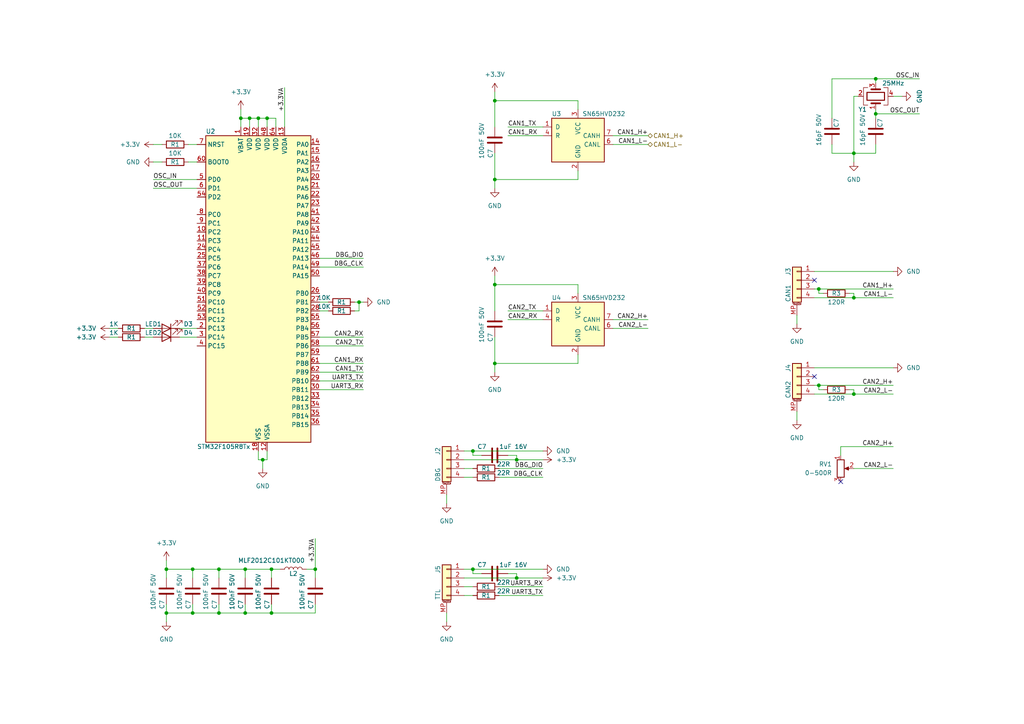
<source format=kicad_sch>
(kicad_sch (version 20230121) (generator eeschema)
  (paper "A4")
  (lib_symbols
    (symbol "Connector_Generic_MountingPin:Conn_01x04_MountingPin" (pin_names (offset 1.016) hide)
      (property "Reference" "J" (at 0 5.08 0))
      (property "Value" "Conn_01x04_MountingPin" (at 1.27 -7.62 0))
      (symbol "Conn_01x04_MountingPin_1_1"
        (rectangle (start -1.27 -4.953) (end 0 -5.207) (stroke (width 0.1524)))
        (rectangle (start -1.27 -2.413) (end 0 -2.667) (stroke (width 0.1524)))
        (rectangle (start -1.27 0.127) (end 0 -0.127) (stroke (width 0.1524)))
        (rectangle (start -1.27 2.667) (end 0 2.413) (stroke (width 0.1524)))
        (rectangle (start -1.27 3.81) (end 1.27 -6.35) (stroke (width 0.254)) (fill (type background)))
        (polyline (pts (xy -1.016 -7.112) (xy 1.016 -7.112)) (stroke (width 0.1524)))
        (text "Mounting" (at 0 -6.731 0) (effects (font (size 0.381 0.381))))
        (pin passive line (at -5.08 2.54 0) (length 3.81) (name "Pin_1") (number "1"))
        (pin passive line (at -5.08 0 0) (length 3.81) (name "Pin_2") (number "2"))
        (pin passive line (at -5.08 -2.54 0) (length 3.81) (name "Pin_3") (number "3"))
        (pin passive line (at -5.08 -5.08 0) (length 3.81) (name "Pin_4") (number "4"))
        (pin passive line (at 0 -10.16 90) (length 3.048) (name "MountPin") (number "MP"))
      )
    )
    (symbol "Device:C" (pin_numbers hide) (pin_names (offset 0.254))
      (property "Reference" "C" (at 0.635 2.54 0))
      (property "Value" "C" (at 0.635 -2.54 0))
      (symbol "C_0_1"
        (polyline (pts (xy -2.032 -0.762) (xy 2.032 -0.762)) (stroke (width 0.508)))
        (polyline (pts (xy -2.032 0.762) (xy 2.032 0.762)) (stroke (width 0.508)))
      )
      (symbol "C_1_1"
        (pin passive line (at 0 3.81 270) (length 2.794) (name "~") (number "1"))
        (pin passive line (at 0 -3.81 90) (length 2.794) (name "~") (number "2"))
      )
    )
    (symbol "Device:Crystal_GND24" (pin_names (offset 1.016) hide)
      (property "Reference" "Y" (at 3.175 5.08 0))
      (property "Value" "Crystal_GND24" (at 3.175 3.175 0))
      (symbol "Crystal_GND24_0_1"
        (rectangle (start -1.143 2.54) (end 1.143 -2.54) (stroke (width 0.3048)))
        (polyline (pts (xy -2.54 0) (xy -2.032 0)))
        (polyline (pts (xy -2.032 -1.27) (xy -2.032 1.27)) (stroke (width 0.508)))
        (polyline (pts (xy 0 -3.81) (xy 0 -3.556)))
        (polyline (pts (xy 0 3.556) (xy 0 3.81)))
        (polyline (pts (xy 2.032 -1.27) (xy 2.032 1.27)) (stroke (width 0.508)))
        (polyline (pts (xy 2.032 0) (xy 2.54 0)))
        (polyline (pts (xy -2.54 -2.286) (xy -2.54 -3.556) (xy 2.54 -3.556) (xy 2.54 -2.286)))
        (polyline (pts (xy -2.54 2.286) (xy -2.54 3.556) (xy 2.54 3.556) (xy 2.54 2.286)))
      )
      (symbol "Crystal_GND24_1_1"
        (pin passive line (at -3.81 0 0) (length 1.27) (name "1") (number "1"))
        (pin passive line (at 0 5.08 270) (length 1.27) (name "2") (number "2"))
        (pin passive line (at 3.81 0 180) (length 1.27) (name "3") (number "3"))
        (pin passive line (at 0 -5.08 90) (length 1.27) (name "4") (number "4"))
      )
    )
    (symbol "Device:L" (pin_numbers hide) (pin_names (offset 1.016) hide)
      (property "Reference" "L" (at -1.27 0 90))
      (property "Value" "L" (at 1.905 0 90))
      (symbol "L_0_1"
        (arc (start 0 -2.54) (mid 0.6323 -1.905) (end 0 -1.27))
        (arc (start 0 -1.27) (mid 0.6323 -0.635) (end 0 0))
        (arc (start 0 0) (mid 0.6323 0.635) (end 0 1.27))
        (arc (start 0 1.27) (mid 0.6323 1.905) (end 0 2.54))
      )
      (symbol "L_1_1"
        (pin passive line (at 0 3.81 270) (length 1.27) (name "1") (number "1"))
        (pin passive line (at 0 -3.81 90) (length 1.27) (name "2") (number "2"))
      )
    )
    (symbol "Device:LED" (pin_numbers hide) (pin_names (offset 1.016) hide)
      (property "Reference" "D" (at 0 2.54 0))
      (property "Value" "LED" (at 0 -2.54 0))
      (symbol "LED_0_1"
        (polyline (pts (xy -1.27 -1.27) (xy -1.27 1.27)) (stroke (width 0.254)))
        (polyline (pts (xy -1.27 0) (xy 1.27 0)))
        (polyline (pts (xy 1.27 -1.27) (xy 1.27 1.27) (xy -1.27 0) (xy 1.27 -1.27)) (stroke (width 0.254)))
        (polyline (pts (xy -3.048 -0.762) (xy -4.572 -2.286) (xy -3.81 -2.286) (xy -4.572 -2.286) (xy -4.572 -1.524)))
        (polyline (pts (xy -1.778 -0.762) (xy -3.302 -2.286) (xy -2.54 -2.286) (xy -3.302 -2.286) (xy -3.302 -1.524)))
      )
      (symbol "LED_1_1"
        (pin passive line (at -3.81 0 0) (length 2.54) (name "K") (number "1"))
        (pin passive line (at 3.81 0 180) (length 2.54) (name "A") (number "2"))
      )
    )
    (symbol "Device:R" (pin_numbers hide) (pin_names (offset 0))
      (property "Reference" "R" (at 2.032 0 90))
      (property "Value" "R" (at 0 0 90))
      (symbol "R_0_1"
        (rectangle (start -1.016 -2.54) (end 1.016 2.54) (stroke (width 0.254)))
      )
      (symbol "R_1_1"
        (pin passive line (at 0 3.81 270) (length 1.27) (name "~") (number "1"))
        (pin passive line (at 0 -3.81 90) (length 1.27) (name "~") (number "2"))
      )
    )
    (symbol "Device:R_Potentiometer" (pin_names (offset 1.016) hide)
      (property "Reference" "RV" (at -4.445 0 90))
      (property "Value" "R_Potentiometer" (at -2.54 0 90))
      (symbol "R_Potentiometer_0_1"
        (polyline (pts (xy 2.54 0) (xy 1.524 0)))
        (polyline (pts (xy 1.143 0) (xy 2.286 0.508) (xy 2.286 -0.508) (xy 1.143 0)) (fill (type outline)))
        (rectangle (start 1.016 2.54) (end -1.016 -2.54) (stroke (width 0.254)))
      )
      (symbol "R_Potentiometer_1_1"
        (pin passive line (at 0 3.81 270) (length 1.27) (name "1") (number "1"))
        (pin passive line (at 3.81 0 180) (length 1.27) (name "2") (number "2"))
        (pin passive line (at 0 -3.81 90) (length 1.27) (name "3") (number "3"))
      )
    )
    (symbol "Interface_CAN_LIN:SN65HVD232" (pin_names (offset 1.016))
      (property "Reference" "U" (at -2.54 10.16 0))
      (property "Value" "SN65HVD232" (at -2.54 7.62 0))
      (symbol "SN65HVD232_0_1"
        (rectangle (start -7.62 5.08) (end 7.62 -7.62) (stroke (width 0.254)) (fill (type background)))
      )
      (symbol "SN65HVD232_1_1"
        (pin input line (at -10.16 2.54 0) (length 2.54) (name "D") (number "1"))
        (pin power_in line (at 0 -10.16 90) (length 2.54) (name "GND") (number "2"))
        (pin power_in line (at 0 7.62 270) (length 2.54) (name "VCC") (number "3"))
        (pin output line (at -10.16 0 0) (length 2.54) (name "R") (number "4"))
        (pin no_connect line (at -7.62 -2.54 0) (length 2.54) hide (name "NC") (number "5"))
        (pin bidirectional line (at 10.16 -2.54 180) (length 2.54) (name "CANL") (number "6"))
        (pin bidirectional line (at 10.16 0 180) (length 2.54) (name "CANH") (number "7"))
        (pin no_connect line (at -7.62 -5.08 0) (length 2.54) hide (name "NC") (number "8"))
      )
    )
    (symbol "MCU_ST_STM32F1:STM32F105R8Tx"
      (property "Reference" "U" (at -15.24 46.99 0))
      (property "Value" "STM32F105R8Tx" (at 10.16 46.99 0))
      (symbol "STM32F105R8Tx_0_1"
        (rectangle (start -15.24 -43.18) (end 15.24 45.72) (stroke (width 0.254)) (fill (type background)))
      )
      (symbol "STM32F105R8Tx_1_1"
        (pin power_in line (at -5.08 48.26 270) (length 2.54) (name "VBAT") (number "1"))
        (pin bidirectional line (at -17.78 17.78 0) (length 2.54) (name "PC2") (number "10"))
        (pin bidirectional line (at -17.78 15.24 0) (length 2.54) (name "PC3") (number "11"))
        (pin power_in line (at 2.54 -45.72 90) (length 2.54) (name "VSSA") (number "12"))
        (pin power_in line (at 7.62 48.26 270) (length 2.54) (name "VDDA") (number "13"))
        (pin bidirectional line (at 17.78 43.18 180) (length 2.54) (name "PA0") (number "14"))
        (pin bidirectional line (at 17.78 40.64 180) (length 2.54) (name "PA1") (number "15"))
        (pin bidirectional line (at 17.78 38.1 180) (length 2.54) (name "PA2") (number "16"))
        (pin bidirectional line (at 17.78 35.56 180) (length 2.54) (name "PA3") (number "17"))
        (pin power_in line (at 0 -45.72 90) (length 2.54) (name "VSS") (number "18"))
        (pin power_in line (at -2.54 48.26 270) (length 2.54) (name "VDD") (number "19"))
        (pin bidirectional line (at -17.78 -10.16 0) (length 2.54) (name "PC13") (number "2"))
        (pin bidirectional line (at 17.78 33.02 180) (length 2.54) (name "PA4") (number "20"))
        (pin bidirectional line (at 17.78 30.48 180) (length 2.54) (name "PA5") (number "21"))
        (pin bidirectional line (at 17.78 27.94 180) (length 2.54) (name "PA6") (number "22"))
        (pin bidirectional line (at 17.78 25.4 180) (length 2.54) (name "PA7") (number "23"))
        (pin bidirectional line (at -17.78 12.7 0) (length 2.54) (name "PC4") (number "24"))
        (pin bidirectional line (at -17.78 10.16 0) (length 2.54) (name "PC5") (number "25"))
        (pin bidirectional line (at 17.78 0 180) (length 2.54) (name "PB0") (number "26"))
        (pin bidirectional line (at 17.78 -2.54 180) (length 2.54) (name "PB1") (number "27"))
        (pin bidirectional line (at 17.78 -5.08 180) (length 2.54) (name "PB2") (number "28"))
        (pin bidirectional line (at 17.78 -25.4 180) (length 2.54) (name "PB10") (number "29"))
        (pin bidirectional line (at -17.78 -12.7 0) (length 2.54) (name "PC14") (number "3"))
        (pin bidirectional line (at 17.78 -27.94 180) (length 2.54) (name "PB11") (number "30"))
        (pin passive line (at 0 -45.72 90) (length 2.54) hide (name "VSS") (number "31"))
        (pin power_in line (at 0 48.26 270) (length 2.54) (name "VDD") (number "32"))
        (pin bidirectional line (at 17.78 -30.48 180) (length 2.54) (name "PB12") (number "33"))
        (pin bidirectional line (at 17.78 -33.02 180) (length 2.54) (name "PB13") (number "34"))
        (pin bidirectional line (at 17.78 -35.56 180) (length 2.54) (name "PB14") (number "35"))
        (pin bidirectional line (at 17.78 -38.1 180) (length 2.54) (name "PB15") (number "36"))
        (pin bidirectional line (at -17.78 7.62 0) (length 2.54) (name "PC6") (number "37"))
        (pin bidirectional line (at -17.78 5.08 0) (length 2.54) (name "PC7") (number "38"))
        (pin bidirectional line (at -17.78 2.54 0) (length 2.54) (name "PC8") (number "39"))
        (pin bidirectional line (at -17.78 -15.24 0) (length 2.54) (name "PC15") (number "4"))
        (pin bidirectional line (at -17.78 0 0) (length 2.54) (name "PC9") (number "40"))
        (pin bidirectional line (at 17.78 22.86 180) (length 2.54) (name "PA8") (number "41"))
        (pin bidirectional line (at 17.78 20.32 180) (length 2.54) (name "PA9") (number "42"))
        (pin bidirectional line (at 17.78 17.78 180) (length 2.54) (name "PA10") (number "43"))
        (pin bidirectional line (at 17.78 15.24 180) (length 2.54) (name "PA11") (number "44"))
        (pin bidirectional line (at 17.78 12.7 180) (length 2.54) (name "PA12") (number "45"))
        (pin bidirectional line (at 17.78 10.16 180) (length 2.54) (name "PA13") (number "46"))
        (pin passive line (at 0 -45.72 90) (length 2.54) hide (name "VSS") (number "47"))
        (pin power_in line (at 2.54 48.26 270) (length 2.54) (name "VDD") (number "48"))
        (pin bidirectional line (at 17.78 7.62 180) (length 2.54) (name "PA14") (number "49"))
        (pin bidirectional line (at -17.78 33.02 0) (length 2.54) (name "PD0") (number "5"))
        (pin bidirectional line (at 17.78 5.08 180) (length 2.54) (name "PA15") (number "50"))
        (pin bidirectional line (at -17.78 -2.54 0) (length 2.54) (name "PC10") (number "51"))
        (pin bidirectional line (at -17.78 -5.08 0) (length 2.54) (name "PC11") (number "52"))
        (pin bidirectional line (at -17.78 -7.62 0) (length 2.54) (name "PC12") (number "53"))
        (pin bidirectional line (at -17.78 27.94 0) (length 2.54) (name "PD2") (number "54"))
        (pin bidirectional line (at 17.78 -7.62 180) (length 2.54) (name "PB3") (number "55"))
        (pin bidirectional line (at 17.78 -10.16 180) (length 2.54) (name "PB4") (number "56"))
        (pin bidirectional line (at 17.78 -12.7 180) (length 2.54) (name "PB5") (number "57"))
        (pin bidirectional line (at 17.78 -15.24 180) (length 2.54) (name "PB6") (number "58"))
        (pin bidirectional line (at 17.78 -17.78 180) (length 2.54) (name "PB7") (number "59"))
        (pin bidirectional line (at -17.78 30.48 0) (length 2.54) (name "PD1") (number "6"))
        (pin input line (at -17.78 38.1 0) (length 2.54) (name "BOOT0") (number "60"))
        (pin bidirectional line (at 17.78 -20.32 180) (length 2.54) (name "PB8") (number "61"))
        (pin bidirectional line (at 17.78 -22.86 180) (length 2.54) (name "PB9") (number "62"))
        (pin passive line (at 0 -45.72 90) (length 2.54) hide (name "VSS") (number "63"))
        (pin power_in line (at 5.08 48.26 270) (length 2.54) (name "VDD") (number "64"))
        (pin input line (at -17.78 43.18 0) (length 2.54) (name "NRST") (number "7"))
        (pin bidirectional line (at -17.78 22.86 0) (length 2.54) (name "PC0") (number "8"))
        (pin bidirectional line (at -17.78 20.32 0) (length 2.54) (name "PC1") (number "9"))
      )
    )
    (symbol "power:+3.3V" (power) (pin_names (offset 0))
      (property "Value" "+3.3V" (at 0 3.556 0))
      (symbol "+3.3V_0_1"
        (polyline (pts (xy -0.762 1.27) (xy 0 2.54)))
        (polyline (pts (xy 0 0) (xy 0 2.54)))
        (polyline (pts (xy 0 2.54) (xy 0.762 1.27)))
      )
      (symbol "+3.3V_1_1"
        (pin power_in line (at 0 0 90) (length 0) hide (name "+3.3V") (number "1"))
      )
    )
    (symbol "power:GND" (power) (pin_names (offset 0))
      (property "Value" "GND" (at 0 -3.81 0))
      (symbol "GND_0_1"
        (polyline (pts (xy 0 0) (xy 0 -1.27) (xy 1.27 -1.27) (xy 0 -2.54) (xy -1.27 -1.27) (xy 0 -1.27)))
      )
      (symbol "GND_1_1"
        (pin power_in line (at 0 0 270) (length 0) hide (name "GND") (number "1"))
      )
    )
  )
  (junction (at 137.16 165.1))
  (junction (at 78.74 177.8))
  (junction (at 63.5 177.8))
  (junction (at 237.49 83.82))
  (junction (at 149.86 133.35))
  (junction (at 237.49 111.76))
  (junction (at 55.88 177.8))
  (junction (at 77.47 34.29))
  (junction (at 78.74 165.1))
  (junction (at 63.5 165.1))
  (junction (at 76.2 133.35))
  (junction (at 55.88 165.1))
  (junction (at 48.26 165.1))
  (junction (at 72.39 34.29))
  (junction (at 104.14 87.63))
  (junction (at 137.16 130.81))
  (junction (at 91.44 165.1))
  (junction (at 71.12 165.1))
  (junction (at 143.51 82.55))
  (junction (at 149.86 167.64))
  (junction (at 254 22.86))
  (junction (at 48.26 177.8))
  (junction (at 74.93 34.29))
  (junction (at 247.65 86.36))
  (junction (at 143.51 52.07))
  (junction (at 247.65 114.3))
  (junction (at 71.12 177.8))
  (junction (at 69.85 34.29))
  (junction (at 143.51 29.21))
  (junction (at 254 33.02))
  (junction (at 247.65 44.45))
  (junction (at 143.51 105.41))
  (no_connect (at 236.22 81.28))
  (no_connect (at 236.22 109.22))
  (no_connect (at 243.84 139.7))
  (wire (pts (xy 137.16 165.1) (xy 157.48 165.1)))
  (wire (pts (xy 143.51 29.21) (xy 167.64 29.21)))
  (wire (pts (xy 241.3 34.29) (xy 241.3 22.86)))
  (wire (pts (xy 48.26 175.26) (xy 48.26 177.8)))
  (wire (pts (xy 261.62 27.94) (xy 259.08 27.94)))
  (wire (pts (xy 144.78 172.72) (xy 157.48 172.72)))
  (wire (pts (xy 95.25 90.17) (xy 92.71 90.17)))
  (wire (pts (xy 254 31.75) (xy 254 33.02)))
  (wire (pts (xy 31.75 95.25) (xy 34.29 95.25)))
  (wire (pts (xy 78.74 177.8) (xy 71.12 177.8)))
  (wire (pts (xy 149.86 132.08) (xy 149.86 133.35)))
  (wire (pts (xy 129.54 180.34) (xy 129.54 177.8)))
  (wire (pts (xy 143.51 52.07) (xy 167.64 52.07)))
  (wire (pts (xy 78.74 175.26) (xy 78.74 177.8)))
  (wire (pts (xy 105.41 74.93) (xy 92.71 74.93)))
  (wire (pts (xy 143.51 107.95) (xy 143.51 105.41)))
  (wire (pts (xy 147.32 90.17) (xy 157.48 90.17)))
  (wire (pts (xy 91.44 175.26) (xy 91.44 177.8)))
  (wire (pts (xy 147.32 36.83) (xy 157.48 36.83)))
  (wire (pts (xy 137.16 166.37) (xy 137.16 165.1)))
  (wire (pts (xy 143.51 26.67) (xy 143.51 29.21)))
  (wire (pts (xy 137.16 138.43) (xy 134.62 138.43)))
  (wire (pts (xy 254 22.86) (xy 254 24.13)))
  (wire (pts (xy 237.49 111.76) (xy 237.49 113.03)))
  (wire (pts (xy 31.75 97.79) (xy 34.29 97.79)))
  (wire (pts (xy 187.96 41.91) (xy 177.8 41.91)))
  (wire (pts (xy 143.51 82.55) (xy 167.64 82.55)))
  (wire (pts (xy 144.78 170.18) (xy 157.48 170.18)))
  (wire (pts (xy 247.65 44.45) (xy 254 44.45)))
  (wire (pts (xy 187.96 92.71) (xy 177.8 92.71)))
  (wire (pts (xy 55.88 165.1) (xy 55.88 167.64)))
  (wire (pts (xy 241.3 44.45) (xy 247.65 44.45)))
  (wire (pts (xy 149.86 166.37) (xy 149.86 167.64)))
  (wire (pts (xy 71.12 165.1) (xy 71.12 167.64)))
  (wire (pts (xy 167.64 82.55) (xy 167.64 85.09)))
  (wire (pts (xy 48.26 165.1) (xy 55.88 165.1)))
  (wire (pts (xy 247.65 46.99) (xy 247.65 44.45)))
  (wire (pts (xy 134.62 172.72) (xy 137.16 172.72)))
  (wire (pts (xy 149.86 133.35) (xy 157.48 133.35)))
  (wire (pts (xy 92.71 105.41) (xy 105.41 105.41)))
  (wire (pts (xy 137.16 130.81) (xy 157.48 130.81)))
  (wire (pts (xy 44.45 46.99) (xy 46.99 46.99)))
  (wire (pts (xy 247.65 85.09) (xy 247.65 86.36)))
  (wire (pts (xy 246.38 113.03) (xy 247.65 113.03)))
  (wire (pts (xy 243.84 129.54) (xy 259.08 129.54)))
  (wire (pts (xy 105.41 77.47) (xy 92.71 77.47)))
  (wire (pts (xy 71.12 165.1) (xy 78.74 165.1)))
  (wire (pts (xy 71.12 177.8) (xy 63.5 177.8)))
  (wire (pts (xy 167.64 29.21) (xy 167.64 31.75)))
  (wire (pts (xy 238.76 85.09) (xy 237.49 85.09)))
  (wire (pts (xy 55.88 177.8) (xy 55.88 175.26)))
  (wire (pts (xy 247.65 135.89) (xy 259.08 135.89)))
  (wire (pts (xy 63.5 165.1) (xy 71.12 165.1)))
  (wire (pts (xy 254 34.29) (xy 254 33.02)))
  (wire (pts (xy 54.61 46.99) (xy 57.15 46.99)))
  (wire (pts (xy 81.28 165.1) (xy 78.74 165.1)))
  (wire (pts (xy 63.5 177.8) (xy 55.88 177.8)))
  (wire (pts (xy 63.5 165.1) (xy 63.5 167.64)))
  (wire (pts (xy 157.48 138.43) (xy 144.78 138.43)))
  (wire (pts (xy 92.71 113.03) (xy 105.41 113.03)))
  (wire (pts (xy 91.44 156.21) (xy 91.44 165.1)))
  (wire (pts (xy 236.22 114.3) (xy 247.65 114.3)))
  (wire (pts (xy 134.62 170.18) (xy 137.16 170.18)))
  (wire (pts (xy 147.32 132.08) (xy 149.86 132.08)))
  (wire (pts (xy 44.45 41.91) (xy 46.99 41.91)))
  (wire (pts (xy 48.26 165.1) (xy 48.26 167.64)))
  (wire (pts (xy 91.44 167.64) (xy 91.44 165.1)))
  (wire (pts (xy 237.49 83.82) (xy 259.08 83.82)))
  (wire (pts (xy 72.39 34.29) (xy 72.39 36.83)))
  (wire (pts (xy 237.49 85.09) (xy 237.49 83.82)))
  (wire (pts (xy 91.44 165.1) (xy 88.9 165.1)))
  (wire (pts (xy 147.32 92.71) (xy 157.48 92.71)))
  (wire (pts (xy 238.76 113.03) (xy 237.49 113.03)))
  (wire (pts (xy 129.54 146.05) (xy 129.54 143.51)))
  (wire (pts (xy 92.71 107.95) (xy 105.41 107.95)))
  (wire (pts (xy 69.85 31.75) (xy 69.85 34.29)))
  (wire (pts (xy 55.88 165.1) (xy 63.5 165.1)))
  (wire (pts (xy 74.93 34.29) (xy 77.47 34.29)))
  (wire (pts (xy 48.26 177.8) (xy 55.88 177.8)))
  (wire (pts (xy 74.93 133.35) (xy 76.2 133.35)))
  (wire (pts (xy 236.22 106.68) (xy 259.08 106.68)))
  (wire (pts (xy 134.62 133.35) (xy 149.86 133.35)))
  (wire (pts (xy 143.51 82.55) (xy 143.51 90.17)))
  (wire (pts (xy 187.96 95.25) (xy 177.8 95.25)))
  (wire (pts (xy 247.65 27.94) (xy 247.65 44.45)))
  (wire (pts (xy 247.65 86.36) (xy 259.08 86.36)))
  (wire (pts (xy 77.47 34.29) (xy 80.01 34.29)))
  (wire (pts (xy 91.44 177.8) (xy 78.74 177.8)))
  (wire (pts (xy 63.5 175.26) (xy 63.5 177.8)))
  (wire (pts (xy 139.7 166.37) (xy 137.16 166.37)))
  (wire (pts (xy 80.01 34.29) (xy 80.01 36.83)))
  (wire (pts (xy 54.61 41.91) (xy 57.15 41.91)))
  (wire (pts (xy 149.86 167.64) (xy 157.48 167.64)))
  (wire (pts (xy 74.93 130.81) (xy 74.93 133.35)))
  (wire (pts (xy 48.26 177.8) (xy 48.26 180.34)))
  (wire (pts (xy 82.55 25.4) (xy 82.55 36.83)))
  (wire (pts (xy 237.49 111.76) (xy 259.08 111.76)))
  (wire (pts (xy 69.85 34.29) (xy 72.39 34.29)))
  (wire (pts (xy 134.62 130.81) (xy 137.16 130.81)))
  (wire (pts (xy 143.51 54.61) (xy 143.51 52.07)))
  (wire (pts (xy 143.51 80.01) (xy 143.51 82.55)))
  (wire (pts (xy 246.38 85.09) (xy 247.65 85.09)))
  (wire (pts (xy 247.65 113.03) (xy 247.65 114.3)))
  (wire (pts (xy 52.07 95.25) (xy 57.15 95.25)))
  (wire (pts (xy 44.45 52.07) (xy 57.15 52.07)))
  (wire (pts (xy 95.25 87.63) (xy 92.71 87.63)))
  (wire (pts (xy 254 44.45) (xy 254 41.91)))
  (wire (pts (xy 41.91 97.79) (xy 44.45 97.79)))
  (wire (pts (xy 92.71 110.49) (xy 105.41 110.49)))
  (wire (pts (xy 78.74 165.1) (xy 78.74 167.64)))
  (wire (pts (xy 231.14 93.98) (xy 231.14 91.44)))
  (wire (pts (xy 248.92 27.94) (xy 247.65 27.94)))
  (wire (pts (xy 236.22 78.74) (xy 259.08 78.74)))
  (wire (pts (xy 71.12 175.26) (xy 71.12 177.8)))
  (wire (pts (xy 134.62 165.1) (xy 137.16 165.1)))
  (wire (pts (xy 241.3 22.86) (xy 254 22.86)))
  (wire (pts (xy 76.2 133.35) (xy 77.47 133.35)))
  (wire (pts (xy 134.62 167.64) (xy 149.86 167.64)))
  (wire (pts (xy 77.47 133.35) (xy 77.47 130.81)))
  (wire (pts (xy 236.22 111.76) (xy 237.49 111.76)))
  (wire (pts (xy 92.71 100.33) (xy 105.41 100.33)))
  (wire (pts (xy 231.14 121.92) (xy 231.14 119.38)))
  (wire (pts (xy 243.84 129.54) (xy 243.84 132.08)))
  (wire (pts (xy 139.7 132.08) (xy 137.16 132.08)))
  (wire (pts (xy 241.3 41.91) (xy 241.3 44.45)))
  (wire (pts (xy 147.32 166.37) (xy 149.86 166.37)))
  (wire (pts (xy 52.07 97.79) (xy 57.15 97.79)))
  (wire (pts (xy 254 33.02) (xy 266.7 33.02)))
  (wire (pts (xy 143.51 29.21) (xy 143.51 36.83)))
  (wire (pts (xy 57.15 54.61) (xy 44.45 54.61)))
  (wire (pts (xy 104.14 87.63) (xy 104.14 90.17)))
  (wire (pts (xy 143.51 105.41) (xy 167.64 105.41)))
  (wire (pts (xy 104.14 90.17) (xy 102.87 90.17)))
  (wire (pts (xy 72.39 34.29) (xy 74.93 34.29)))
  (wire (pts (xy 187.96 39.37) (xy 177.8 39.37)))
  (wire (pts (xy 74.93 34.29) (xy 74.93 36.83)))
  (wire (pts (xy 236.22 86.36) (xy 247.65 86.36)))
  (wire (pts (xy 167.64 105.41) (xy 167.64 102.87)))
  (wire (pts (xy 236.22 83.82) (xy 237.49 83.82)))
  (wire (pts (xy 137.16 135.89) (xy 134.62 135.89)))
  (wire (pts (xy 48.26 162.56) (xy 48.26 165.1)))
  (wire (pts (xy 69.85 34.29) (xy 69.85 36.83)))
  (wire (pts (xy 143.51 97.79) (xy 143.51 105.41)))
  (wire (pts (xy 143.51 44.45) (xy 143.51 52.07)))
  (wire (pts (xy 41.91 95.25) (xy 44.45 95.25)))
  (wire (pts (xy 137.16 132.08) (xy 137.16 130.81)))
  (wire (pts (xy 167.64 52.07) (xy 167.64 49.53)))
  (wire (pts (xy 147.32 39.37) (xy 157.48 39.37)))
  (wire (pts (xy 76.2 133.35) (xy 76.2 135.89)))
  (wire (pts (xy 247.65 114.3) (xy 259.08 114.3)))
  (wire (pts (xy 266.7 22.86) (xy 254 22.86)))
  (wire (pts (xy 157.48 135.89) (xy 144.78 135.89)))
  (wire (pts (xy 104.14 87.63) (xy 102.87 87.63)))
  (wire (pts (xy 104.14 87.63) (xy 105.41 87.63)))
  (wire (pts (xy 92.71 97.79) (xy 105.41 97.79)))
  (wire (pts (xy 77.47 34.29) (xy 77.47 36.83)))
  (label "OSC_IN" (at 266.7 22.86 180))
  (label "+3.3VA" (at 82.55 25.4 270))
  (label "UART3_TX" (at 157.48 172.72 180))
  (label "DBG_DIO" (at 105.41 74.93 180))
  (label "OSC_OUT" (at 266.7 33.02 180))
  (label "CAN2_H+" (at 187.96 92.71 180))
  (label "CAN2_L-" (at 259.08 114.3 180))
  (label "CAN2_RX" (at 105.41 97.79 180))
  (label "CAN2_RX" (at 147.32 92.71 0))
  (label "DBG_CLK" (at 157.48 138.43 180))
  (label "UART3_RX" (at 157.48 170.18 180))
  (label "CAN1_RX" (at 147.32 39.37 0))
  (label "CAN1_H+" (at 259.08 83.82 180))
  (label "CAN2_TX" (at 105.41 100.33 180))
  (label "OSC_OUT" (at 44.45 54.61 0))
  (label "DBG_DIO" (at 157.48 135.89 180))
  (label "UART3_TX" (at 105.41 110.49 180))
  (label "CAN1_H+" (at 187.96 39.37 180))
  (label "DBG_CLK" (at 105.41 77.47 180))
  (label "CAN1_TX" (at 105.41 107.95 180))
  (label "CAN2_L-" (at 187.96 95.25 180))
  (label "CAN1_TX" (at 147.32 36.83 0))
  (label "+3.3VA" (at 91.44 156.21 270))
  (label "UART3_RX" (at 105.41 113.03 180))
  (label "OSC_IN" (at 44.45 52.07 0))
  (label "CAN2_L-" (at 259.08 135.89 180))
  (label "CAN2_TX" (at 147.32 90.17 0))
  (label "CAN2_H+" (at 259.08 129.54 180))
  (label "CAN1_RX" (at 105.41 105.41 180))
  (label "CAN1_L-" (at 187.96 41.91 180))
  (label "CAN2_H+" (at 259.08 111.76 180))
  (label "CAN1_L-" (at 259.08 86.36 180))
  (hierarchical_label "CAN1_L-" (shape bidirectional) (at 187.96 41.91 0))
  (hierarchical_label "CAN1_H+" (shape bidirectional) (at 187.96 39.37 0))
  (symbol (lib_id "power:GND") (at 76.2 135.89 0) (unit 1)
    (property "Reference" "#PWR010" (effects hide))
    (property "Value" "GND" (at 76.2 140.97 0))
    (instances (project "F105X3CAN" (path "" (reference "#PWR010") (unit 1)) (path "" (reference "#PWR036") (unit 1))))
  )
  (symbol (lib_id "power:+3.3V") (at 143.51 80.01 0) (unit 1)
    (property "Reference" "#PWR017" (effects hide))
    (property "Value" "+3.3V" (at 143.51 74.93 0))
    (instances (project "F105X3CAN" (path "" (reference "#PWR017") (unit 1)) (path "" (reference "#PWR042") (unit 1))))
  )
  (symbol (lib_id "Interface_CAN_LIN:SN65HVD232") (at 167.64 39.37 0) (unit 1)
    (property "Reference" "U3" (at 160.02 33.02 0) (effects (justify left)))
    (property "Value" "SN65HVD232" (at 168.91 33.02 0) (effects (justify left)))
    (property "Footprint" "Package_SO:SOIC-8_3.9x4.9mm_P1.27mm" (effects hide))
    (property "Datasheet" "http://www.ti.com/lit/ds/symlink/sn65hvd230.pdf" (effects hide))
    (instances (project "F105X3CAN" (path "" (reference "U3") (unit 1)) (path "" (reference "U6") (unit 1))))
  )
  (symbol (lib_id "Device:C") (at 143.51 40.64 180) (unit 1)
    (property "Reference" "C7" (at 142.24 43.18 90) (effects (justify left)))
    (property "Value" "100nF 50V" (at 139.7 35.56 90) (effects (justify left)))
    (property "Footprint" "Capacitor_SMD:C_0402_1005Metric" (effects hide))
    (instances (project "F105X3CAN" (path "" (reference "C7") (unit 1)) (path "" (reference "C11") (unit 1)) (path "" (reference "C26") (unit 1))))
  )
  (symbol (lib_id "Device:C") (at 63.5 171.45 180) (unit 1)
    (property "Reference" "C7" (at 62.23 173.99 90) (effects (justify left)))
    (property "Value" "100nF 50V" (at 59.69 166.37 90) (effects (justify left)))
    (property "Footprint" "Capacitor_SMD:C_0402_1005Metric" (effects hide))
    (instances (project "F105X3CAN" (path "" (reference "C7") (unit 1)) (path "" (reference "C16") (unit 1)) (path "" (reference "C22") (unit 1))))
  )
  (symbol (lib_id "power:GND") (at 129.54 146.05 0) (unit 1)
    (property "Reference" "#PWR012" (effects hide))
    (property "Value" "GND" (at 129.54 151.13 0))
    (instances (project "F105X3CAN" (path "" (reference "#PWR012") (unit 1)) (path "" (reference "#PWR026") (unit 1)) (path "" (reference "#PWR076") (unit 1))))
  )
  (symbol (lib_id "Device:Crystal_GND24") (at 254 27.94 90) (unit 1)
    (property "Reference" "Y1" (at 250.19 31.75 90))
    (property "Value" "25MHz" (at 259.08 24.13 90))
    (property "Footprint" "Crystal:Crystal_SMD_3225-4Pin_3.2x2.5mm" (effects hide))
    (instances (project "F105X3CAN" (path "" (reference "Y1") (unit 1)) (path "" (reference "Y2") (unit 1))))
  )
  (symbol (lib_id "Connector_Generic_MountingPin:Conn_01x04_MountingPin") (at 231.14 81.28 0) (mirror y) (unit 1)
    (property "Reference" "J3" (at 228.6 80.01 90) (effects (justify left)))
    (property "Value" "CAN1" (at 228.6 87.63 90) (effects (justify left)))
    (property "Footprint" "Connector_JST:JST_GH_BM04B-GHS-TBT_1x04-1MP_P1.25mm_Vertical" (effects hide))
    (instances (project "F105X3CAN" (path "" (reference "J3") (unit 1)) (path "" (reference "J8") (unit 1))))
  )
  (symbol (lib_id "Device:C") (at 143.51 93.98 180) (unit 1)
    (property "Reference" "C7" (at 142.24 96.52 90) (effects (justify left)))
    (property "Value" "100nF 50V" (at 139.7 88.9 90) (effects (justify left)))
    (property "Footprint" "Capacitor_SMD:C_0402_1005Metric" (effects hide))
    (instances (project "F105X3CAN" (path "" (reference "C7") (unit 1)) (path "" (reference "C12") (unit 1)) (path "" (reference "C27") (unit 1))))
  )
  (symbol (lib_id "power:GND") (at 157.48 130.81 90) (unit 1)
    (property "Reference" "#PWR014" (effects hide))
    (property "Value" "GND" (at 161.29 130.81 90) (effects (justify right)))
    (instances (project "F105X3CAN" (path "" (reference "#PWR014") (unit 1)) (path "" (reference "#PWR044") (unit 1))))
  )
  (symbol (lib_id "Device:R") (at 50.8 46.99 90) (unit 1)
    (property "Reference" "R1" (at 50.8 46.99 90))
    (property "Value" "10K" (at 50.8 44.45 90))
    (property "Footprint" "Resistor_SMD:R_0402_1005Metric" (effects hide))
    (instances (project "F105X3CAN" (path "" (reference "R1") (unit 1)) (path "" (reference "R5") (unit 1)) (path "" (reference "R20") (unit 1))))
  )
  (symbol (lib_id "Device:R") (at 38.1 97.79 270) (unit 1)
    (property "Reference" "R1" (at 38.1 97.79 90))
    (property "Value" "1K" (at 33.02 96.52 90))
    (property "Footprint" "Resistor_SMD:R_0402_1005Metric" (effects hide))
    (instances (project "F105X3CAN" (path "" (reference "R1") (unit 1)) (path "" (reference "R11") (unit 1)) (path "" (reference "R18") (unit 1))))
  )
  (symbol (lib_id "Device:C") (at 55.88 171.45 180) (unit 1)
    (property "Reference" "C7" (at 54.61 173.99 90) (effects (justify left)))
    (property "Value" "100nF 50V" (at 52.07 166.37 90) (effects (justify left)))
    (property "Footprint" "Capacitor_SMD:C_0402_1005Metric" (effects hide))
    (instances (project "F105X3CAN" (path "" (reference "C7") (unit 1)) (path "" (reference "C15") (unit 1)) (path "" (reference "C21") (unit 1))))
  )
  (symbol (lib_id "MCU_ST_STM32F1:STM32F105R8Tx") (at 74.93 85.09 0) (unit 1)
    (property "Reference" "U2" (at 59.69 38.1 0) (effects (justify left)))
    (property "Value" "STM32F105R8Tx" (at 57.15 129.54 0) (effects (justify left)))
    (property "Footprint" "Package_QFP:LQFP-64_10x10mm_P0.5mm" (effects hide))
    (property "Datasheet" "https://www.st.com/resource/en/datasheet/stm32f105r8.pdf" (effects hide))
    (instances (project "F105X3CAN" (path "" (reference "U2") (unit 1)) (path "" (reference "U5") (unit 1))))
  )
  (symbol (lib_id "power:+3.3V") (at 157.48 133.35 270) (unit 1)
    (property "Reference" "#PWR013" (effects hide))
    (property "Value" "+3.3V" (at 161.29 133.35 90) (effects (justify left)))
    (instances (project "F105X3CAN" (path "" (reference "#PWR013") (unit 1)) (path "" (reference "#PWR045") (unit 1))))
  )
  (symbol (lib_id "Device:R") (at 140.97 135.89 90) (unit 1)
    (property "Reference" "R1" (at 140.97 135.89 90))
    (property "Value" "22R" (at 146.05 134.62 90))
    (property "Footprint" "Resistor_SMD:R_0402_1005Metric" (effects hide))
    (instances (project "F105X3CAN" (path "" (reference "R1") (unit 1)) (path "" (reference "R6") (unit 1)) (path "" (reference "R23") (unit 1))))
  )
  (symbol (lib_id "Device:R") (at 140.97 138.43 90) (unit 1)
    (property "Reference" "R1" (at 140.97 138.43 90))
    (property "Value" "22R" (at 146.05 137.16 90))
    (property "Footprint" "Resistor_SMD:R_0402_1005Metric" (effects hide))
    (instances (project "F105X3CAN" (path "" (reference "R1") (unit 1)) (path "" (reference "R7") (unit 1)) (path "" (reference "R24") (unit 1))))
  )
  (symbol (lib_id "Device:R") (at 50.8 41.91 90) (unit 1)
    (property "Reference" "R1" (at 50.8 41.91 90))
    (property "Value" "10K" (at 50.8 39.37 90))
    (property "Footprint" "Resistor_SMD:R_0402_1005Metric" (effects hide))
    (instances (project "F105X3CAN" (path "" (reference "R1") (unit 1)) (path "" (reference "R4") (unit 1)) (path "" (reference "R19") (unit 1))))
  )
  (symbol (lib_id "Device:C") (at 241.3 38.1 180) (unit 1)
    (property "Reference" "C7" (at 242.57 34.29 90) (effects (justify left)))
    (property "Value" "16pF 50V" (at 237.49 33.02 90) (effects (justify left)))
    (property "Footprint" "Capacitor_SMD:C_0402_1005Metric" (effects hide))
    (instances (project "F105X3CAN" (path "" (reference "C7") (unit 1)) (path "" (reference "C9") (unit 1)) (path "" (reference "C30") (unit 1))))
  )
  (symbol (lib_id "power:GND") (at 143.51 107.95 0) (unit 1)
    (property "Reference" "#PWR018" (effects hide))
    (property "Value" "GND" (at 143.51 113.03 0))
    (instances (project "F105X3CAN" (path "" (reference "#PWR018") (unit 1)) (path "" (reference "#PWR043") (unit 1))))
  )
  (symbol (lib_id "Device:R") (at 242.57 113.03 90) (unit 1)
    (property "Reference" "R3" (at 242.57 113.03 90))
    (property "Value" "120R" (at 242.57 115.57 90))
    (property "Footprint" "Resistor_SMD:R_0603_1608Metric" (effects hide))
    (instances (project "F105X3CAN" (path "" (reference "R3") (unit 1)) (path "" (reference "R15") (unit 1)) (path "" (reference "R28") (unit 1))))
  )
  (symbol (lib_id "power:+3.3V") (at 48.26 162.56 0) (unit 1)
    (property "Reference" "#PWR028" (effects hide))
    (property "Value" "+3.3V" (at 48.26 157.48 0))
    (instances (project "F105X3CAN" (path "" (reference "#PWR028") (unit 1)) (path "" (reference "#PWR033") (unit 1))))
  )
  (symbol (lib_id "power:+3.3V") (at 143.51 26.67 0) (unit 1)
    (property "Reference" "#PWR016" (effects hide))
    (property "Value" "+3.3V" (at 143.51 21.59 0))
    (instances (project "F105X3CAN" (path "" (reference "#PWR016") (unit 1)) (path "" (reference "#PWR040") (unit 1))))
  )
  (symbol (lib_id "Device:R_Potentiometer") (at 243.84 135.89 0) (unit 1)
    (property "Reference" "RV1" (at 241.3 134.62 0) (effects (justify right)))
    (property "Value" "0-500R" (at 241.3 137.16 0) (effects (justify right)))
    (property "Footprint" "Common:Potentiometer_Bourns_TC33X_Vertical" (effects hide))
    (instances (project "F105X3CAN" (path "" (reference "RV1") (unit 1)) (path "" (reference "RV2") (unit 1))))
  )
  (symbol (lib_id "power:+3.3V") (at 157.48 167.64 270) (unit 1)
    (property "Reference" "#PWR020" (effects hide))
    (property "Value" "+3.3V" (at 161.29 167.64 90) (effects (justify left)))
    (instances (project "F105X3CAN" (path "" (reference "#PWR020") (unit 1)) (path "" (reference "#PWR047") (unit 1))))
  )
  (symbol (lib_id "power:GND") (at 259.08 106.68 90) (unit 1)
    (property "Reference" "#PWR021" (effects hide))
    (property "Value" "GND" (at 262.89 106.68 90) (effects (justify right)))
    (instances (project "F105X3CAN" (path "" (reference "#PWR021") (unit 1)) (path "" (reference "#PWR050") (unit 1))))
  )
  (symbol (lib_id "Connector_Generic_MountingPin:Conn_01x04_MountingPin") (at 231.14 109.22 0) (mirror y) (unit 1)
    (property "Reference" "J4" (at 228.6 107.95 90) (effects (justify left)))
    (property "Value" "CAN2" (at 228.6 115.57 90) (effects (justify left)))
    (property "Footprint" "Connector_JST:JST_GH_BM04B-GHS-TBT_1x04-1MP_P1.25mm_Vertical" (effects hide))
    (instances (project "F105X3CAN" (path "" (reference "J4") (unit 1)) (path "" (reference "J9") (unit 1))))
  )
  (symbol (lib_id "Connector_Generic_MountingPin:Conn_01x04_MountingPin") (at 129.54 133.35 0) (mirror y) (unit 1)
    (property "Reference" "J2" (at 127 132.08 90) (effects (justify left)))
    (property "Value" "DBG" (at 127 139.7 90) (effects (justify left)))
    (property "Footprint" "Connector_JST:JST_GH_BM04B-GHS-TBT_1x04-1MP_P1.25mm_Vertical" (effects hide))
    (instances (project "F105X3CAN" (path "" (reference "J2") (unit 1)) (path "" (reference "J6") (unit 1))))
  )
  (symbol (lib_id "power:+3.3V") (at 69.85 31.75 0) (unit 1)
    (property "Reference" "#PWR011" (effects hide))
    (property "Value" "+3.3V" (at 69.85 26.67 0))
    (instances (project "F105X3CAN" (path "" (reference "#PWR011") (unit 1)) (path "" (reference "#PWR035") (unit 1))))
  )
  (symbol (lib_id "power:GND") (at 231.14 121.92 0) (unit 1)
    (property "Reference" "#PWR012" (effects hide))
    (property "Value" "GND" (at 231.14 127 0))
    (instances (project "F105X3CAN" (path "" (reference "#PWR012") (unit 1)) (path "" (reference "#PWR026") (unit 1)) (path "" (reference "#PWR061") (unit 1))))
  )
  (symbol (lib_id "Device:C") (at 78.74 171.45 180) (unit 1)
    (property "Reference" "C7" (at 77.47 173.99 90) (effects (justify left)))
    (property "Value" "100nF 50V" (at 74.93 166.37 90) (effects (justify left)))
    (property "Footprint" "Capacitor_SMD:C_0402_1005Metric" (effects hide))
    (instances (project "F105X3CAN" (path "" (reference "C7") (unit 1)) (path "" (reference "C18") (unit 1)) (path "" (reference "C24") (unit 1))))
  )
  (symbol (lib_id "power:GND") (at 44.45 46.99 270) (unit 1)
    (property "Reference" "#PWR08" (effects hide))
    (property "Value" "GND" (at 40.64 46.99 90) (effects (justify right)))
    (instances (project "F105X3CAN" (path "" (reference "#PWR08") (unit 1)) (path "" (reference "#PWR032") (unit 1))))
  )
  (symbol (lib_id "Connector_Generic_MountingPin:Conn_01x04_MountingPin") (at 129.54 167.64 0) (mirror y) (unit 1)
    (property "Reference" "J5" (at 127 166.37 90) (effects (justify left)))
    (property "Value" "TTL" (at 127 173.99 90) (effects (justify left)))
    (property "Footprint" "Connector_JST:JST_GH_BM04B-GHS-TBT_1x04-1MP_P1.25mm_Vertical" (effects hide))
    (instances (project "F105X3CAN" (path "" (reference "J5") (unit 1)) (path "" (reference "J7") (unit 1))))
  )
  (symbol (lib_id "Device:C") (at 71.12 171.45 180) (unit 1)
    (property "Reference" "C7" (at 69.85 173.99 90) (effects (justify left)))
    (property "Value" "100nF 50V" (at 67.31 166.37 90) (effects (justify left)))
    (property "Footprint" "Capacitor_SMD:C_0402_1005Metric" (effects hide))
    (instances (project "F105X3CAN" (path "" (reference "C7") (unit 1)) (path "" (reference "C17") (unit 1)) (path "" (reference "C23") (unit 1))))
  )
  (symbol (lib_id "Device:LED") (at 48.26 97.79 180) (unit 1)
    (property "Reference" "D4" (at 54.61 96.52 0))
    (property "Value" "LED2" (at 44.45 96.52 0))
    (property "Footprint" "LED_SMD:LED_0603_1608Metric" (effects hide))
    (instances (project "F105X3CAN" (path "" (reference "D4") (unit 1)) (path "" (reference "D7") (unit 1))))
  )
  (symbol (lib_id "Device:C") (at 48.26 171.45 180) (unit 1)
    (property "Reference" "C7" (at 46.99 173.99 90) (effects (justify left)))
    (property "Value" "100nF 50V" (at 44.45 166.37 90) (effects (justify left)))
    (property "Footprint" "Capacitor_SMD:C_0402_1005Metric" (effects hide))
    (instances (project "F105X3CAN" (path "" (reference "C7") (unit 1)) (path "" (reference "C14") (unit 1)) (path "" (reference "C20") (unit 1))))
  )
  (symbol (lib_id "Interface_CAN_LIN:SN65HVD232") (at 167.64 92.71 0) (unit 1)
    (property "Reference" "U4" (at 160.02 86.36 0) (effects (justify left)))
    (property "Value" "SN65HVD232" (at 168.91 86.36 0) (effects (justify left)))
    (property "Footprint" "Package_SO:SOIC-8_3.9x4.9mm_P1.27mm" (effects hide))
    (property "Datasheet" "http://www.ti.com/lit/ds/symlink/sn65hvd230.pdf" (effects hide))
    (instances (project "F105X3CAN" (path "" (reference "U4") (unit 1)) (path "" (reference "U7") (unit 1))))
  )
  (symbol (lib_id "Device:C") (at 143.51 132.08 270) (unit 1)
    (property "Reference" "C7" (at 138.43 129.54 90) (effects (justify left)))
    (property "Value" "1uF 16V" (at 144.78 129.54 90) (effects (justify left)))
    (property "Footprint" "Capacitor_SMD:C_0805_2012Metric" (effects hide))
    (instances (project "F105X3CAN" (path "" (reference "C7") (unit 1)) (path "" (reference "C10") (unit 1)) (path "" (reference "C28") (unit 1))))
  )
  (symbol (lib_id "power:GND") (at 143.51 54.61 0) (unit 1)
    (property "Reference" "#PWR015" (effects hide))
    (property "Value" "GND" (at 143.51 59.69 0))
    (instances (project "F105X3CAN" (path "" (reference "#PWR015") (unit 1)) (path "" (reference "#PWR041") (unit 1))))
  )
  (symbol (lib_id "power:+3.3V") (at 44.45 41.91 90) (unit 1)
    (property "Reference" "#PWR09" (effects hide))
    (property "Value" "+3.3V" (at 40.64 41.91 90) (effects (justify left)))
    (instances (project "F105X3CAN" (path "" (reference "#PWR09") (unit 1)) (path "" (reference "#PWR031") (unit 1))))
  )
  (symbol (lib_id "power:GND") (at 261.62 27.94 90) (unit 1)
    (property "Reference" "#PWR07" (effects hide))
    (property "Value" "GND" (at 266.7 27.94 0))
    (instances (project "F105X3CAN" (path "" (reference "#PWR07") (unit 1)) (path "" (reference "#PWR051") (unit 1))))
  )
  (symbol (lib_id "Device:R") (at 99.06 90.17 270) (unit 1)
    (property "Reference" "R1" (at 99.06 90.17 90))
    (property "Value" "10K" (at 93.98 88.9 90))
    (property "Footprint" "Resistor_SMD:R_0402_1005Metric" (effects hide))
    (instances (project "F105X3CAN" (path "" (reference "R1") (unit 1)) (path "" (reference "R8") (unit 1)) (path "" (reference "R22") (unit 1))))
  )
  (symbol (lib_id "Device:C") (at 143.51 166.37 270) (unit 1)
    (property "Reference" "C7" (at 138.43 163.83 90) (effects (justify left)))
    (property "Value" "1uF 16V" (at 144.78 163.83 90) (effects (justify left)))
    (property "Footprint" "Capacitor_SMD:C_0805_2012Metric" (effects hide))
    (instances (project "F105X3CAN" (path "" (reference "C7") (unit 1)) (path "" (reference "C13") (unit 1)) (path "" (reference "C29") (unit 1))))
  )
  (symbol (lib_id "Device:R") (at 242.57 85.09 90) (unit 1)
    (property "Reference" "R3" (at 242.57 85.09 90))
    (property "Value" "120R" (at 242.57 87.63 90))
    (property "Footprint" "Resistor_SMD:R_0603_1608Metric" (effects hide))
    (instances (project "F105X3CAN" (path "" (reference "R3") (unit 1)) (path "" (reference "R14") (unit 1)) (path "" (reference "R27") (unit 1))))
  )
  (symbol (lib_id "Device:R") (at 140.97 170.18 90) (unit 1)
    (property "Reference" "R1" (at 140.97 170.18 90))
    (property "Value" "22R" (at 146.05 168.91 90))
    (property "Footprint" "Resistor_SMD:R_0402_1005Metric" (effects hide))
    (instances (project "F105X3CAN" (path "" (reference "R1") (unit 1)) (path "" (reference "R13") (unit 1)) (path "" (reference "R25") (unit 1))))
  )
  (symbol (lib_id "Device:L") (at 85.09 165.1 90) (unit 1)
    (property "Reference" "L2" (at 85.09 166.37 90))
    (property "Value" "MLF2012C101KT000" (at 78.74 162.56 90))
    (property "Footprint" "Inductor_SMD:L_0805_2012Metric" (effects hide))
    (instances (project "F105X3CAN" (path "" (reference "L2") (unit 1)) (path "" (reference "L3") (unit 1))))
  )
  (symbol (lib_id "Device:C") (at 91.44 171.45 180) (unit 1)
    (property "Reference" "C7" (at 90.17 173.99 90) (effects (justify left)))
    (property "Value" "100nF 50V" (at 87.63 166.37 90) (effects (justify left)))
    (property "Footprint" "Capacitor_SMD:C_0402_1005Metric" (effects hide))
    (instances (project "F105X3CAN" (path "" (reference "C7") (unit 1)) (path "" (reference "C19") (unit 1)) (path "" (reference "C25") (unit 1))))
  )
  (symbol (lib_id "power:GND") (at 105.41 87.63 90) (unit 1)
    (property "Reference" "#PWR022" (effects hide))
    (property "Value" "GND" (at 109.22 87.63 90) (effects (justify right)))
    (instances (project "F105X3CAN" (path "" (reference "#PWR022") (unit 1)) (path "" (reference "#PWR039") (unit 1))))
  )
  (symbol (lib_id "power:GND") (at 48.26 180.34 0) (unit 1)
    (property "Reference" "#PWR027" (effects hide))
    (property "Value" "GND" (at 48.26 185.42 0))
    (instances (project "F105X3CAN" (path "" (reference "#PWR027") (unit 1)) (path "" (reference "#PWR034") (unit 1))))
  )
  (symbol (lib_id "power:GND") (at 231.14 93.98 0) (unit 1)
    (property "Reference" "#PWR012" (effects hide))
    (property "Value" "GND" (at 231.14 99.06 0))
    (instances (project "F105X3CAN" (path "" (reference "#PWR012") (unit 1)) (path "" (reference "#PWR026") (unit 1)) (path "" (reference "#PWR075") (unit 1))))
  )
  (symbol (lib_id "power:GND") (at 157.48 165.1 90) (unit 1)
    (property "Reference" "#PWR019" (effects hide))
    (property "Value" "GND" (at 161.29 165.1 90) (effects (justify right)))
    (instances (project "F105X3CAN" (path "" (reference "#PWR019") (unit 1)) (path "" (reference "#PWR046") (unit 1))))
  )
  (symbol (lib_id "Device:LED") (at 48.26 95.25 180) (unit 1)
    (property "Reference" "D3" (at 54.61 93.98 0))
    (property "Value" "LED1" (at 44.45 93.98 0))
    (property "Footprint" "LED_SMD:LED_0603_1608Metric" (effects hide))
    (instances (project "F105X3CAN" (path "" (reference "D3") (unit 1)) (path "" (reference "D6") (unit 1))))
  )
  (symbol (lib_id "power:+3.3V") (at 31.75 97.79 90) (unit 1)
    (property "Reference" "#PWR025" (effects hide))
    (property "Value" "+3.3V" (at 27.94 97.79 90) (effects (justify left)))
    (instances (project "F105X3CAN" (path "" (reference "#PWR025") (unit 1)) (path "" (reference "#PWR030") (unit 1))))
  )
  (symbol (lib_id "power:GND") (at 247.65 46.99 0) (unit 1)
    (property "Reference" "#PWR06" (effects hide))
    (property "Value" "GND" (at 247.65 52.07 0))
    (instances (project "F105X3CAN" (path "" (reference "#PWR06") (unit 1)) (path "" (reference "#PWR048") (unit 1))))
  )
  (symbol (lib_id "Device:R") (at 140.97 172.72 90) (unit 1)
    (property "Reference" "R1" (at 140.97 172.72 90))
    (property "Value" "22R" (at 146.05 171.45 90))
    (property "Footprint" "Resistor_SMD:R_0402_1005Metric" (effects hide))
    (instances (project "F105X3CAN" (path "" (reference "R1") (unit 1)) (path "" (reference "R16") (unit 1)) (path "" (reference "R26") (unit 1))))
  )
  (symbol (lib_id "Device:C") (at 254 38.1 180) (unit 1)
    (property "Reference" "C7" (at 255.27 34.29 90) (effects (justify left)))
    (property "Value" "16pF 50V" (at 250.19 33.02 90) (effects (justify left)))
    (property "Footprint" "Capacitor_SMD:C_0402_1005Metric" (effects hide))
    (instances (project "F105X3CAN" (path "" (reference "C7") (unit 1)) (path "" (reference "C8") (unit 1)) (path "" (reference "C31") (unit 1))))
  )
  (symbol (lib_id "Device:R") (at 38.1 95.25 270) (unit 1)
    (property "Reference" "R1" (at 38.1 95.25 90))
    (property "Value" "1K" (at 33.02 93.98 90))
    (property "Footprint" "Resistor_SMD:R_0402_1005Metric" (effects hide))
    (instances (project "F105X3CAN" (path "" (reference "R1") (unit 1)) (path "" (reference "R10") (unit 1)) (path "" (reference "R17") (unit 1))))
  )
  (symbol (lib_id "power:+3.3V") (at 31.75 95.25 90) (unit 1)
    (property "Reference" "#PWR024" (effects hide))
    (property "Value" "+3.3V" (at 27.94 95.25 90) (effects (justify left)))
    (instances (project "F105X3CAN" (path "" (reference "#PWR024") (unit 1)) (path "" (reference "#PWR029") (unit 1))))
  )
  (symbol (lib_id "power:GND") (at 129.54 180.34 0) (unit 1)
    (property "Reference" "#PWR012" (effects hide))
    (property "Value" "GND" (at 129.54 185.42 0))
    (instances (project "F105X3CAN" (path "" (reference "#PWR012") (unit 1)) (path "" (reference "#PWR026") (unit 1)) (path "" (reference "#PWR077") (unit 1))))
  )
  (symbol (lib_id "Device:R") (at 99.06 87.63 270) (unit 1)
    (property "Reference" "R1" (at 99.06 87.63 90))
    (property "Value" "10K" (at 93.98 86.36 90))
    (property "Footprint" "Resistor_SMD:R_0402_1005Metric" (effects hide))
    (instances (project "F105X3CAN" (path "" (reference "R1") (unit 1)) (path "" (reference "R9") (unit 1)) (path "" (reference "R21") (unit 1))))
  )
  (symbol (lib_id "power:GND") (at 259.08 78.74 90) (unit 1)
    (property "Reference" "#PWR023" (effects hide))
    (property "Value" "GND" (at 262.89 78.74 90) (effects (justify right)))
    (instances (project "F105X3CAN" (path "" (reference "#PWR023") (unit 1)) (path "" (reference "#PWR049") (unit 1))))
  )
)
</source>
